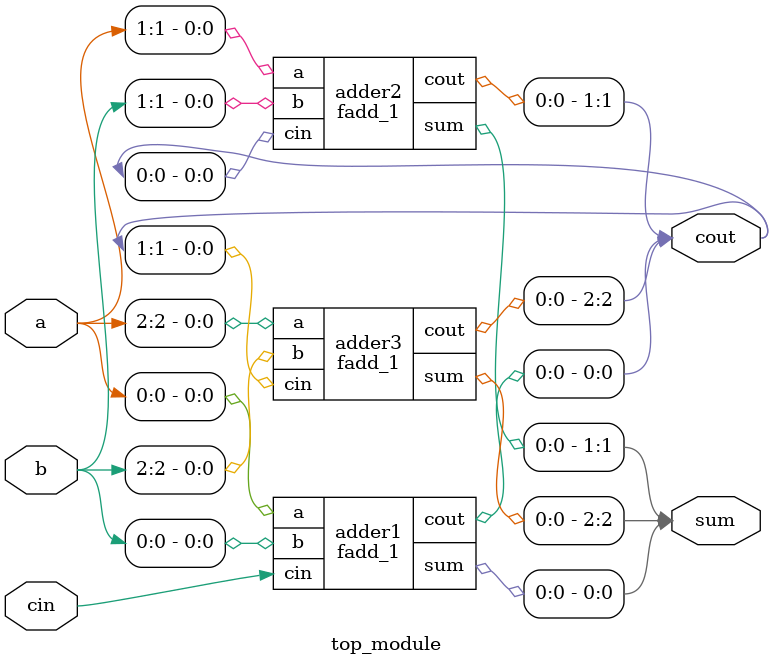
<source format=v>
module fadd_1( 
    input a, b, cin,
    output cout, sum );

    wire a_xor_b = a ^ b;
    assign cout = (a & b) | (a_xor_b & cin);
    assign sum = a_xor_b ^ cin;
endmodule


module top_module( 
    input [2:0] a, b,
    input cin,
    output [2:0] cout,
    output [2:0] sum );

    fadd_1 adder1(a[0], b[0], cin, cout[0], sum[0]);
    fadd_1 adder2(a[1], b[1], cout[0], cout[1], sum[1]);
    fadd_1 adder3(a[2], b[2], cout[1], cout[2], sum[2]);
endmodule

</source>
